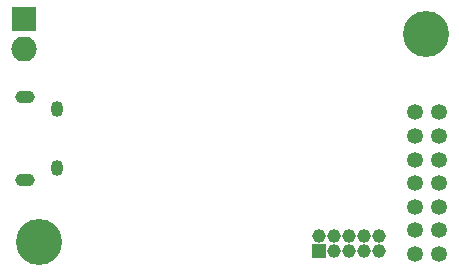
<source format=gbs>
G04 #@! TF.FileFunction,Soldermask,Bot*
%FSLAX46Y46*%
G04 Gerber Fmt 4.6, Leading zero omitted, Abs format (unit mm)*
G04 Created by KiCad (PCBNEW 0.201602050916+6538~42~ubuntu15.10.1-product) date Fri 05 Feb 2016 02:22:28 PM EST*
%MOMM*%
G01*
G04 APERTURE LIST*
%ADD10C,0.100000*%
%ADD11R,1.150000X1.150000*%
%ADD12C,1.150000*%
%ADD13R,2.132000X2.132000*%
%ADD14O,2.132000X2.132000*%
%ADD15C,3.900000*%
%ADD16O,1.050000X1.350000*%
%ADD17O,1.650000X1.100000*%
%ADD18C,1.350000*%
G04 APERTURE END LIST*
D10*
D11*
X155575000Y-107696000D03*
D12*
X156845000Y-107696000D03*
X158115000Y-107696000D03*
X159385000Y-107696000D03*
X160655000Y-107696000D03*
X156845000Y-106426000D03*
X158115000Y-106426000D03*
X159385000Y-106426000D03*
X160655000Y-106426000D03*
X155575000Y-106426000D03*
D13*
X130556000Y-88011000D03*
D14*
X130556000Y-90551000D03*
D15*
X131826000Y-106934000D03*
X164592000Y-89281000D03*
D16*
X133388540Y-95606600D03*
X133388540Y-100606600D03*
D17*
X130688540Y-94606600D03*
X130688540Y-101606600D03*
D18*
X165703000Y-107918000D03*
X163703000Y-107918000D03*
X165703000Y-105918000D03*
X163703000Y-105918000D03*
X165703000Y-103918000D03*
X163703000Y-103918000D03*
X165703000Y-101918000D03*
X163703000Y-101918000D03*
X165703000Y-99918000D03*
X163703000Y-99918000D03*
X165703000Y-97918000D03*
X163703000Y-97918000D03*
X165703000Y-95918000D03*
X163703000Y-95918000D03*
M02*

</source>
